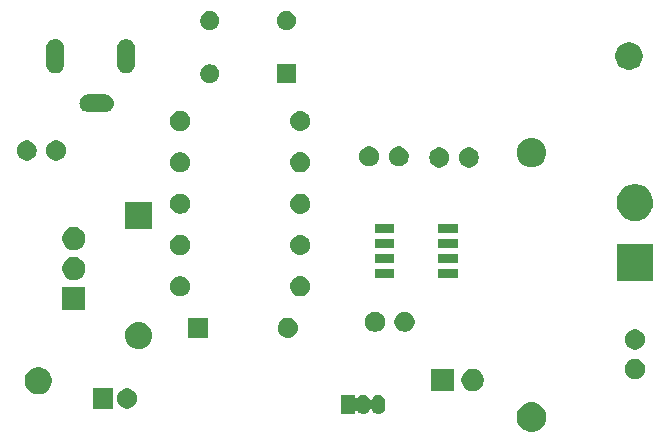
<source format=gbr>
G04 #@! TF.GenerationSoftware,KiCad,Pcbnew,(5.0.1)-3*
G04 #@! TF.CreationDate,2021-02-18T11:14:39+05:45*
G04 #@! TF.ProjectId,Battery-Charger,426174746572792D436861726765722E,rev?*
G04 #@! TF.SameCoordinates,Original*
G04 #@! TF.FileFunction,Soldermask,Top*
G04 #@! TF.FilePolarity,Negative*
%FSLAX46Y46*%
G04 Gerber Fmt 4.6, Leading zero omitted, Abs format (unit mm)*
G04 Created by KiCad (PCBNEW (5.0.1)-3) date 2/18/2021 11:14:39 AM*
%MOMM*%
%LPD*%
G01*
G04 APERTURE LIST*
%ADD10C,0.100000*%
G04 APERTURE END LIST*
D10*
G36*
X166933635Y-101831019D02*
X167114903Y-101867075D01*
X167342571Y-101961378D01*
X167546542Y-102097668D01*
X167547469Y-102098287D01*
X167721713Y-102272531D01*
X167721715Y-102272534D01*
X167858622Y-102477429D01*
X167952925Y-102705097D01*
X168001000Y-102946787D01*
X168001000Y-103193213D01*
X167952925Y-103434903D01*
X167858622Y-103662571D01*
X167722332Y-103866542D01*
X167721713Y-103867469D01*
X167547469Y-104041713D01*
X167547466Y-104041715D01*
X167342571Y-104178622D01*
X167114903Y-104272925D01*
X166933635Y-104308981D01*
X166873214Y-104321000D01*
X166626786Y-104321000D01*
X166566365Y-104308981D01*
X166385097Y-104272925D01*
X166157429Y-104178622D01*
X165952534Y-104041715D01*
X165952531Y-104041713D01*
X165778287Y-103867469D01*
X165777668Y-103866542D01*
X165641378Y-103662571D01*
X165547075Y-103434903D01*
X165499000Y-103193213D01*
X165499000Y-102946787D01*
X165547075Y-102705097D01*
X165641378Y-102477429D01*
X165778285Y-102272534D01*
X165778287Y-102272531D01*
X165952531Y-102098287D01*
X165953458Y-102097668D01*
X166157429Y-101961378D01*
X166385097Y-101867075D01*
X166566365Y-101831019D01*
X166626786Y-101819000D01*
X166873214Y-101819000D01*
X166933635Y-101831019D01*
X166933635Y-101831019D01*
G37*
G36*
X153882915Y-101207334D02*
X153991491Y-101240271D01*
X154091556Y-101293756D01*
X154179264Y-101365736D01*
X154251244Y-101453443D01*
X154304729Y-101553508D01*
X154337666Y-101662084D01*
X154346000Y-101746702D01*
X154346000Y-102253297D01*
X154337666Y-102337916D01*
X154304729Y-102446492D01*
X154251244Y-102546557D01*
X154179264Y-102634264D01*
X154091557Y-102706244D01*
X153991492Y-102759729D01*
X153882916Y-102792666D01*
X153770000Y-102803787D01*
X153657085Y-102792666D01*
X153548509Y-102759729D01*
X153448444Y-102706244D01*
X153360737Y-102634264D01*
X153288757Y-102546557D01*
X153245240Y-102465143D01*
X153231627Y-102444768D01*
X153214299Y-102427441D01*
X153193925Y-102413827D01*
X153171286Y-102404450D01*
X153147253Y-102399669D01*
X153122748Y-102399669D01*
X153098715Y-102404449D01*
X153076076Y-102413827D01*
X153055701Y-102427440D01*
X153038374Y-102444768D01*
X153024760Y-102465143D01*
X152981244Y-102546557D01*
X152909264Y-102634264D01*
X152821557Y-102706244D01*
X152721492Y-102759729D01*
X152612916Y-102792666D01*
X152500000Y-102803787D01*
X152387085Y-102792666D01*
X152278509Y-102759729D01*
X152178444Y-102706244D01*
X152090737Y-102634264D01*
X152027626Y-102557364D01*
X152010299Y-102540036D01*
X151989924Y-102526423D01*
X151967285Y-102517045D01*
X151943252Y-102512265D01*
X151918748Y-102512265D01*
X151894714Y-102517046D01*
X151872075Y-102526423D01*
X151851701Y-102540037D01*
X151834373Y-102557364D01*
X151820760Y-102577739D01*
X151811382Y-102600378D01*
X151806000Y-102636663D01*
X151806000Y-102801000D01*
X150654000Y-102801000D01*
X150654000Y-101199000D01*
X151806000Y-101199000D01*
X151806000Y-101363337D01*
X151808402Y-101387723D01*
X151815515Y-101411172D01*
X151827066Y-101432783D01*
X151842612Y-101451725D01*
X151861554Y-101467271D01*
X151883165Y-101478822D01*
X151906614Y-101485935D01*
X151931000Y-101488337D01*
X151955386Y-101485935D01*
X151978835Y-101478822D01*
X152000446Y-101467271D01*
X152027626Y-101442636D01*
X152035712Y-101432783D01*
X152090736Y-101365736D01*
X152178443Y-101293756D01*
X152278508Y-101240271D01*
X152387084Y-101207334D01*
X152500000Y-101196213D01*
X152612915Y-101207334D01*
X152721491Y-101240271D01*
X152821556Y-101293756D01*
X152909264Y-101365736D01*
X152981244Y-101453443D01*
X153024767Y-101534869D01*
X153038373Y-101555232D01*
X153055700Y-101572560D01*
X153076075Y-101586174D01*
X153098713Y-101595551D01*
X153122747Y-101600332D01*
X153147251Y-101600332D01*
X153171285Y-101595552D01*
X153193924Y-101586175D01*
X153214298Y-101572561D01*
X153231626Y-101555234D01*
X153245240Y-101534858D01*
X153288756Y-101453444D01*
X153305712Y-101432783D01*
X153360736Y-101365736D01*
X153448443Y-101293756D01*
X153548508Y-101240271D01*
X153657084Y-101207334D01*
X153770000Y-101196213D01*
X153882915Y-101207334D01*
X153882915Y-101207334D01*
G37*
G36*
X132748228Y-100681703D02*
X132903100Y-100745853D01*
X133042481Y-100838985D01*
X133161015Y-100957519D01*
X133254147Y-101096900D01*
X133318297Y-101251772D01*
X133351000Y-101416184D01*
X133351000Y-101583816D01*
X133318297Y-101748228D01*
X133254147Y-101903100D01*
X133161015Y-102042481D01*
X133042481Y-102161015D01*
X132903100Y-102254147D01*
X132748228Y-102318297D01*
X132583816Y-102351000D01*
X132416184Y-102351000D01*
X132251772Y-102318297D01*
X132096900Y-102254147D01*
X131957519Y-102161015D01*
X131838985Y-102042481D01*
X131745853Y-101903100D01*
X131681703Y-101748228D01*
X131649000Y-101583816D01*
X131649000Y-101416184D01*
X131681703Y-101251772D01*
X131745853Y-101096900D01*
X131838985Y-100957519D01*
X131957519Y-100838985D01*
X132096900Y-100745853D01*
X132251772Y-100681703D01*
X132416184Y-100649000D01*
X132583816Y-100649000D01*
X132748228Y-100681703D01*
X132748228Y-100681703D01*
G37*
G36*
X131351000Y-102351000D02*
X129649000Y-102351000D01*
X129649000Y-100649000D01*
X131351000Y-100649000D01*
X131351000Y-102351000D01*
X131351000Y-102351000D01*
G37*
G36*
X125335734Y-98893232D02*
X125545202Y-98979996D01*
X125733723Y-99105962D01*
X125894038Y-99266277D01*
X126020004Y-99454798D01*
X126106768Y-99664266D01*
X126151000Y-99886635D01*
X126151000Y-100113365D01*
X126106768Y-100335734D01*
X126020004Y-100545202D01*
X125894038Y-100733723D01*
X125733723Y-100894038D01*
X125545202Y-101020004D01*
X125335734Y-101106768D01*
X125113365Y-101151000D01*
X124886635Y-101151000D01*
X124664266Y-101106768D01*
X124454798Y-101020004D01*
X124266277Y-100894038D01*
X124105962Y-100733723D01*
X123979996Y-100545202D01*
X123893232Y-100335734D01*
X123849000Y-100113365D01*
X123849000Y-99886635D01*
X123893232Y-99664266D01*
X123979996Y-99454798D01*
X124105962Y-99266277D01*
X124266277Y-99105962D01*
X124454798Y-98979996D01*
X124664266Y-98893232D01*
X124886635Y-98849000D01*
X125113365Y-98849000D01*
X125335734Y-98893232D01*
X125335734Y-98893232D01*
G37*
G36*
X162047396Y-99005546D02*
X162220466Y-99077234D01*
X162376230Y-99181312D01*
X162508688Y-99313770D01*
X162612766Y-99469534D01*
X162684454Y-99642604D01*
X162721000Y-99826333D01*
X162721000Y-100013667D01*
X162684454Y-100197396D01*
X162612766Y-100370466D01*
X162508688Y-100526230D01*
X162376230Y-100658688D01*
X162220466Y-100762766D01*
X162047396Y-100834454D01*
X161863667Y-100871000D01*
X161676333Y-100871000D01*
X161492604Y-100834454D01*
X161319534Y-100762766D01*
X161163770Y-100658688D01*
X161031312Y-100526230D01*
X160927234Y-100370466D01*
X160855546Y-100197396D01*
X160819000Y-100013667D01*
X160819000Y-99826333D01*
X160855546Y-99642604D01*
X160927234Y-99469534D01*
X161031312Y-99313770D01*
X161163770Y-99181312D01*
X161319534Y-99077234D01*
X161492604Y-99005546D01*
X161676333Y-98969000D01*
X161863667Y-98969000D01*
X162047396Y-99005546D01*
X162047396Y-99005546D01*
G37*
G36*
X160181000Y-100871000D02*
X158279000Y-100871000D01*
X158279000Y-98969000D01*
X160181000Y-98969000D01*
X160181000Y-100871000D01*
X160181000Y-100871000D01*
G37*
G36*
X175748228Y-98181703D02*
X175903100Y-98245853D01*
X176042481Y-98338985D01*
X176161015Y-98457519D01*
X176254147Y-98596900D01*
X176318297Y-98751772D01*
X176351000Y-98916184D01*
X176351000Y-99083816D01*
X176318297Y-99248228D01*
X176254147Y-99403100D01*
X176161015Y-99542481D01*
X176042481Y-99661015D01*
X175903100Y-99754147D01*
X175748228Y-99818297D01*
X175583816Y-99851000D01*
X175416184Y-99851000D01*
X175251772Y-99818297D01*
X175096900Y-99754147D01*
X174957519Y-99661015D01*
X174838985Y-99542481D01*
X174745853Y-99403100D01*
X174681703Y-99248228D01*
X174649000Y-99083816D01*
X174649000Y-98916184D01*
X174681703Y-98751772D01*
X174745853Y-98596900D01*
X174838985Y-98457519D01*
X174957519Y-98338985D01*
X175096900Y-98245853D01*
X175251772Y-98181703D01*
X175416184Y-98149000D01*
X175583816Y-98149000D01*
X175748228Y-98181703D01*
X175748228Y-98181703D01*
G37*
G36*
X175748228Y-95681703D02*
X175903100Y-95745853D01*
X176042481Y-95838985D01*
X176161015Y-95957519D01*
X176254147Y-96096900D01*
X176318297Y-96251772D01*
X176351000Y-96416184D01*
X176351000Y-96583816D01*
X176318297Y-96748228D01*
X176254147Y-96903100D01*
X176161015Y-97042481D01*
X176042481Y-97161015D01*
X175903100Y-97254147D01*
X175748228Y-97318297D01*
X175583816Y-97351000D01*
X175416184Y-97351000D01*
X175251772Y-97318297D01*
X175096900Y-97254147D01*
X174957519Y-97161015D01*
X174838985Y-97042481D01*
X174745853Y-96903100D01*
X174681703Y-96748228D01*
X174649000Y-96583816D01*
X174649000Y-96416184D01*
X174681703Y-96251772D01*
X174745853Y-96096900D01*
X174838985Y-95957519D01*
X174957519Y-95838985D01*
X175096900Y-95745853D01*
X175251772Y-95681703D01*
X175416184Y-95649000D01*
X175583816Y-95649000D01*
X175748228Y-95681703D01*
X175748228Y-95681703D01*
G37*
G36*
X133624180Y-95015662D02*
X133725635Y-95025654D01*
X133942600Y-95091470D01*
X133942602Y-95091471D01*
X133942605Y-95091472D01*
X134142556Y-95198347D01*
X134317818Y-95342182D01*
X134461653Y-95517444D01*
X134568528Y-95717395D01*
X134568529Y-95717398D01*
X134568530Y-95717400D01*
X134634346Y-95934365D01*
X134656569Y-96160000D01*
X134634346Y-96385635D01*
X134574228Y-96583816D01*
X134568528Y-96602605D01*
X134461653Y-96802556D01*
X134317818Y-96977818D01*
X134142556Y-97121653D01*
X133942605Y-97228528D01*
X133942602Y-97228529D01*
X133942600Y-97228530D01*
X133725635Y-97294346D01*
X133624180Y-97304338D01*
X133556545Y-97311000D01*
X133443455Y-97311000D01*
X133375820Y-97304338D01*
X133274365Y-97294346D01*
X133057400Y-97228530D01*
X133057398Y-97228529D01*
X133057395Y-97228528D01*
X132857444Y-97121653D01*
X132682182Y-96977818D01*
X132538347Y-96802556D01*
X132431472Y-96602605D01*
X132425772Y-96583816D01*
X132365654Y-96385635D01*
X132343431Y-96160000D01*
X132365654Y-95934365D01*
X132431470Y-95717400D01*
X132431471Y-95717398D01*
X132431472Y-95717395D01*
X132538347Y-95517444D01*
X132682182Y-95342182D01*
X132857444Y-95198347D01*
X133057395Y-95091472D01*
X133057398Y-95091471D01*
X133057400Y-95091470D01*
X133274365Y-95025654D01*
X133375820Y-95015662D01*
X133443455Y-95009000D01*
X133556545Y-95009000D01*
X133624180Y-95015662D01*
X133624180Y-95015662D01*
G37*
G36*
X146286821Y-94661313D02*
X146286824Y-94661314D01*
X146286825Y-94661314D01*
X146447239Y-94709975D01*
X146447241Y-94709976D01*
X146447244Y-94709977D01*
X146595078Y-94788995D01*
X146724659Y-94895341D01*
X146831005Y-95024922D01*
X146910023Y-95172756D01*
X146910024Y-95172759D01*
X146910025Y-95172761D01*
X146958686Y-95333175D01*
X146958687Y-95333179D01*
X146975117Y-95500000D01*
X146958687Y-95666821D01*
X146958686Y-95666824D01*
X146958686Y-95666825D01*
X146912738Y-95818297D01*
X146910023Y-95827244D01*
X146831005Y-95975078D01*
X146724659Y-96104659D01*
X146595078Y-96211005D01*
X146447244Y-96290023D01*
X146447241Y-96290024D01*
X146447239Y-96290025D01*
X146286825Y-96338686D01*
X146286824Y-96338686D01*
X146286821Y-96338687D01*
X146161804Y-96351000D01*
X146078196Y-96351000D01*
X145953179Y-96338687D01*
X145953176Y-96338686D01*
X145953175Y-96338686D01*
X145792761Y-96290025D01*
X145792759Y-96290024D01*
X145792756Y-96290023D01*
X145644922Y-96211005D01*
X145515341Y-96104659D01*
X145408995Y-95975078D01*
X145329977Y-95827244D01*
X145327263Y-95818297D01*
X145281314Y-95666825D01*
X145281314Y-95666824D01*
X145281313Y-95666821D01*
X145264883Y-95500000D01*
X145281313Y-95333179D01*
X145281314Y-95333175D01*
X145329975Y-95172761D01*
X145329976Y-95172759D01*
X145329977Y-95172756D01*
X145408995Y-95024922D01*
X145515341Y-94895341D01*
X145644922Y-94788995D01*
X145792756Y-94709977D01*
X145792759Y-94709976D01*
X145792761Y-94709975D01*
X145953175Y-94661314D01*
X145953176Y-94661314D01*
X145953179Y-94661313D01*
X146078196Y-94649000D01*
X146161804Y-94649000D01*
X146286821Y-94661313D01*
X146286821Y-94661313D01*
G37*
G36*
X139351000Y-96351000D02*
X137649000Y-96351000D01*
X137649000Y-94649000D01*
X139351000Y-94649000D01*
X139351000Y-96351000D01*
X139351000Y-96351000D01*
G37*
G36*
X156248228Y-94181703D02*
X156403100Y-94245853D01*
X156542481Y-94338985D01*
X156661015Y-94457519D01*
X156754147Y-94596900D01*
X156818297Y-94751772D01*
X156851000Y-94916184D01*
X156851000Y-95083816D01*
X156818297Y-95248228D01*
X156754147Y-95403100D01*
X156661015Y-95542481D01*
X156542481Y-95661015D01*
X156403100Y-95754147D01*
X156248228Y-95818297D01*
X156083816Y-95851000D01*
X155916184Y-95851000D01*
X155751772Y-95818297D01*
X155596900Y-95754147D01*
X155457519Y-95661015D01*
X155338985Y-95542481D01*
X155245853Y-95403100D01*
X155181703Y-95248228D01*
X155149000Y-95083816D01*
X155149000Y-94916184D01*
X155181703Y-94751772D01*
X155245853Y-94596900D01*
X155338985Y-94457519D01*
X155457519Y-94338985D01*
X155596900Y-94245853D01*
X155751772Y-94181703D01*
X155916184Y-94149000D01*
X156083816Y-94149000D01*
X156248228Y-94181703D01*
X156248228Y-94181703D01*
G37*
G36*
X153748228Y-94181703D02*
X153903100Y-94245853D01*
X154042481Y-94338985D01*
X154161015Y-94457519D01*
X154254147Y-94596900D01*
X154318297Y-94751772D01*
X154351000Y-94916184D01*
X154351000Y-95083816D01*
X154318297Y-95248228D01*
X154254147Y-95403100D01*
X154161015Y-95542481D01*
X154042481Y-95661015D01*
X153903100Y-95754147D01*
X153748228Y-95818297D01*
X153583816Y-95851000D01*
X153416184Y-95851000D01*
X153251772Y-95818297D01*
X153096900Y-95754147D01*
X152957519Y-95661015D01*
X152838985Y-95542481D01*
X152745853Y-95403100D01*
X152681703Y-95248228D01*
X152649000Y-95083816D01*
X152649000Y-94916184D01*
X152681703Y-94751772D01*
X152745853Y-94596900D01*
X152838985Y-94457519D01*
X152957519Y-94338985D01*
X153096900Y-94245853D01*
X153251772Y-94181703D01*
X153416184Y-94149000D01*
X153583816Y-94149000D01*
X153748228Y-94181703D01*
X153748228Y-94181703D01*
G37*
G36*
X128981000Y-94021000D02*
X127019000Y-94021000D01*
X127019000Y-92059000D01*
X128981000Y-92059000D01*
X128981000Y-94021000D01*
X128981000Y-94021000D01*
G37*
G36*
X137248228Y-91181703D02*
X137403100Y-91245853D01*
X137542481Y-91338985D01*
X137661015Y-91457519D01*
X137754147Y-91596900D01*
X137818297Y-91751772D01*
X137851000Y-91916184D01*
X137851000Y-92083816D01*
X137818297Y-92248228D01*
X137754147Y-92403100D01*
X137661015Y-92542481D01*
X137542481Y-92661015D01*
X137403100Y-92754147D01*
X137248228Y-92818297D01*
X137083816Y-92851000D01*
X136916184Y-92851000D01*
X136751772Y-92818297D01*
X136596900Y-92754147D01*
X136457519Y-92661015D01*
X136338985Y-92542481D01*
X136245853Y-92403100D01*
X136181703Y-92248228D01*
X136149000Y-92083816D01*
X136149000Y-91916184D01*
X136181703Y-91751772D01*
X136245853Y-91596900D01*
X136338985Y-91457519D01*
X136457519Y-91338985D01*
X136596900Y-91245853D01*
X136751772Y-91181703D01*
X136916184Y-91149000D01*
X137083816Y-91149000D01*
X137248228Y-91181703D01*
X137248228Y-91181703D01*
G37*
G36*
X147326821Y-91161313D02*
X147326824Y-91161314D01*
X147326825Y-91161314D01*
X147487239Y-91209975D01*
X147487241Y-91209976D01*
X147487244Y-91209977D01*
X147635078Y-91288995D01*
X147764659Y-91395341D01*
X147871005Y-91524922D01*
X147950023Y-91672756D01*
X147950024Y-91672759D01*
X147950025Y-91672761D01*
X147998686Y-91833175D01*
X147998687Y-91833179D01*
X148015117Y-92000000D01*
X147998687Y-92166821D01*
X147998686Y-92166824D01*
X147998686Y-92166825D01*
X147973993Y-92248228D01*
X147950023Y-92327244D01*
X147871005Y-92475078D01*
X147764659Y-92604659D01*
X147635078Y-92711005D01*
X147487244Y-92790023D01*
X147487241Y-92790024D01*
X147487239Y-92790025D01*
X147326825Y-92838686D01*
X147326824Y-92838686D01*
X147326821Y-92838687D01*
X147201804Y-92851000D01*
X147118196Y-92851000D01*
X146993179Y-92838687D01*
X146993176Y-92838686D01*
X146993175Y-92838686D01*
X146832761Y-92790025D01*
X146832759Y-92790024D01*
X146832756Y-92790023D01*
X146684922Y-92711005D01*
X146555341Y-92604659D01*
X146448995Y-92475078D01*
X146369977Y-92327244D01*
X146346008Y-92248228D01*
X146321314Y-92166825D01*
X146321314Y-92166824D01*
X146321313Y-92166821D01*
X146304883Y-92000000D01*
X146321313Y-91833179D01*
X146321314Y-91833175D01*
X146369975Y-91672761D01*
X146369976Y-91672759D01*
X146369977Y-91672756D01*
X146448995Y-91524922D01*
X146555341Y-91395341D01*
X146684922Y-91288995D01*
X146832756Y-91209977D01*
X146832759Y-91209976D01*
X146832761Y-91209975D01*
X146993175Y-91161314D01*
X146993176Y-91161314D01*
X146993179Y-91161313D01*
X147118196Y-91149000D01*
X147201804Y-91149000D01*
X147326821Y-91161313D01*
X147326821Y-91161313D01*
G37*
G36*
X177051000Y-91551000D02*
X173949000Y-91551000D01*
X173949000Y-88449000D01*
X177051000Y-88449000D01*
X177051000Y-91551000D01*
X177051000Y-91551000D01*
G37*
G36*
X128144002Y-89528425D02*
X128286147Y-89556699D01*
X128464678Y-89630649D01*
X128625351Y-89738007D01*
X128761993Y-89874649D01*
X128869351Y-90035322D01*
X128943301Y-90213853D01*
X128981000Y-90403380D01*
X128981000Y-90596620D01*
X128943301Y-90786147D01*
X128869351Y-90964678D01*
X128761993Y-91125351D01*
X128625351Y-91261993D01*
X128464678Y-91369351D01*
X128286147Y-91443301D01*
X128144002Y-91471575D01*
X128096621Y-91481000D01*
X127903379Y-91481000D01*
X127855998Y-91471575D01*
X127713853Y-91443301D01*
X127535322Y-91369351D01*
X127374649Y-91261993D01*
X127238007Y-91125351D01*
X127130649Y-90964678D01*
X127056699Y-90786147D01*
X127019000Y-90596620D01*
X127019000Y-90403380D01*
X127056699Y-90213853D01*
X127130649Y-90035322D01*
X127238007Y-89874649D01*
X127374649Y-89738007D01*
X127535322Y-89630649D01*
X127713853Y-89556699D01*
X127855998Y-89528425D01*
X127903379Y-89519000D01*
X128096621Y-89519000D01*
X128144002Y-89528425D01*
X128144002Y-89528425D01*
G37*
G36*
X155126000Y-91256000D02*
X153474000Y-91256000D01*
X153474000Y-90554000D01*
X155126000Y-90554000D01*
X155126000Y-91256000D01*
X155126000Y-91256000D01*
G37*
G36*
X160526000Y-91256000D02*
X158874000Y-91256000D01*
X158874000Y-90554000D01*
X160526000Y-90554000D01*
X160526000Y-91256000D01*
X160526000Y-91256000D01*
G37*
G36*
X160526000Y-89986000D02*
X158874000Y-89986000D01*
X158874000Y-89284000D01*
X160526000Y-89284000D01*
X160526000Y-89986000D01*
X160526000Y-89986000D01*
G37*
G36*
X155126000Y-89986000D02*
X153474000Y-89986000D01*
X153474000Y-89284000D01*
X155126000Y-89284000D01*
X155126000Y-89986000D01*
X155126000Y-89986000D01*
G37*
G36*
X147326821Y-87661313D02*
X147326824Y-87661314D01*
X147326825Y-87661314D01*
X147487239Y-87709975D01*
X147487241Y-87709976D01*
X147487244Y-87709977D01*
X147635078Y-87788995D01*
X147764659Y-87895341D01*
X147871005Y-88024922D01*
X147950023Y-88172756D01*
X147950024Y-88172759D01*
X147950025Y-88172761D01*
X147998686Y-88333175D01*
X147998687Y-88333179D01*
X148015117Y-88500000D01*
X147998687Y-88666821D01*
X147998686Y-88666824D01*
X147998686Y-88666825D01*
X147973993Y-88748228D01*
X147950023Y-88827244D01*
X147871005Y-88975078D01*
X147764659Y-89104659D01*
X147635078Y-89211005D01*
X147487244Y-89290023D01*
X147487241Y-89290024D01*
X147487239Y-89290025D01*
X147326825Y-89338686D01*
X147326824Y-89338686D01*
X147326821Y-89338687D01*
X147201804Y-89351000D01*
X147118196Y-89351000D01*
X146993179Y-89338687D01*
X146993176Y-89338686D01*
X146993175Y-89338686D01*
X146832761Y-89290025D01*
X146832759Y-89290024D01*
X146832756Y-89290023D01*
X146684922Y-89211005D01*
X146555341Y-89104659D01*
X146448995Y-88975078D01*
X146369977Y-88827244D01*
X146346008Y-88748228D01*
X146321314Y-88666825D01*
X146321314Y-88666824D01*
X146321313Y-88666821D01*
X146304883Y-88500000D01*
X146321313Y-88333179D01*
X146321314Y-88333175D01*
X146369975Y-88172761D01*
X146369976Y-88172759D01*
X146369977Y-88172756D01*
X146448995Y-88024922D01*
X146555341Y-87895341D01*
X146684922Y-87788995D01*
X146832756Y-87709977D01*
X146832759Y-87709976D01*
X146832761Y-87709975D01*
X146993175Y-87661314D01*
X146993176Y-87661314D01*
X146993179Y-87661313D01*
X147118196Y-87649000D01*
X147201804Y-87649000D01*
X147326821Y-87661313D01*
X147326821Y-87661313D01*
G37*
G36*
X137248228Y-87681703D02*
X137403100Y-87745853D01*
X137542481Y-87838985D01*
X137661015Y-87957519D01*
X137754147Y-88096900D01*
X137818297Y-88251772D01*
X137851000Y-88416184D01*
X137851000Y-88583816D01*
X137818297Y-88748228D01*
X137754147Y-88903100D01*
X137661015Y-89042481D01*
X137542481Y-89161015D01*
X137403100Y-89254147D01*
X137248228Y-89318297D01*
X137083816Y-89351000D01*
X136916184Y-89351000D01*
X136751772Y-89318297D01*
X136596900Y-89254147D01*
X136457519Y-89161015D01*
X136338985Y-89042481D01*
X136245853Y-88903100D01*
X136181703Y-88748228D01*
X136149000Y-88583816D01*
X136149000Y-88416184D01*
X136181703Y-88251772D01*
X136245853Y-88096900D01*
X136338985Y-87957519D01*
X136457519Y-87838985D01*
X136596900Y-87745853D01*
X136751772Y-87681703D01*
X136916184Y-87649000D01*
X137083816Y-87649000D01*
X137248228Y-87681703D01*
X137248228Y-87681703D01*
G37*
G36*
X128144002Y-86988425D02*
X128286147Y-87016699D01*
X128464678Y-87090649D01*
X128625351Y-87198007D01*
X128761993Y-87334649D01*
X128869351Y-87495322D01*
X128943301Y-87673853D01*
X128981000Y-87863380D01*
X128981000Y-88056620D01*
X128943301Y-88246147D01*
X128869351Y-88424678D01*
X128761993Y-88585351D01*
X128625351Y-88721993D01*
X128464678Y-88829351D01*
X128286147Y-88903301D01*
X128144002Y-88931575D01*
X128096621Y-88941000D01*
X127903379Y-88941000D01*
X127855998Y-88931575D01*
X127713853Y-88903301D01*
X127535322Y-88829351D01*
X127374649Y-88721993D01*
X127238007Y-88585351D01*
X127130649Y-88424678D01*
X127056699Y-88246147D01*
X127019000Y-88056620D01*
X127019000Y-87863380D01*
X127056699Y-87673853D01*
X127130649Y-87495322D01*
X127238007Y-87334649D01*
X127374649Y-87198007D01*
X127535322Y-87090649D01*
X127713853Y-87016699D01*
X127855998Y-86988425D01*
X127903379Y-86979000D01*
X128096621Y-86979000D01*
X128144002Y-86988425D01*
X128144002Y-86988425D01*
G37*
G36*
X160526000Y-88716000D02*
X158874000Y-88716000D01*
X158874000Y-88014000D01*
X160526000Y-88014000D01*
X160526000Y-88716000D01*
X160526000Y-88716000D01*
G37*
G36*
X155126000Y-88716000D02*
X153474000Y-88716000D01*
X153474000Y-88014000D01*
X155126000Y-88014000D01*
X155126000Y-88716000D01*
X155126000Y-88716000D01*
G37*
G36*
X155126000Y-87446000D02*
X153474000Y-87446000D01*
X153474000Y-86744000D01*
X155126000Y-86744000D01*
X155126000Y-87446000D01*
X155126000Y-87446000D01*
G37*
G36*
X160526000Y-87446000D02*
X158874000Y-87446000D01*
X158874000Y-86744000D01*
X160526000Y-86744000D01*
X160526000Y-87446000D01*
X160526000Y-87446000D01*
G37*
G36*
X134651000Y-87151000D02*
X132349000Y-87151000D01*
X132349000Y-84849000D01*
X134651000Y-84849000D01*
X134651000Y-87151000D01*
X134651000Y-87151000D01*
G37*
G36*
X175852527Y-83408736D02*
X175952410Y-83428604D01*
X176234674Y-83545521D01*
X176488705Y-83715259D01*
X176704741Y-83931295D01*
X176874479Y-84185326D01*
X176987224Y-84457519D01*
X176991396Y-84467591D01*
X177051000Y-84767238D01*
X177051000Y-85072762D01*
X177016097Y-85248228D01*
X176991396Y-85372410D01*
X176874479Y-85654674D01*
X176704741Y-85908705D01*
X176488705Y-86124741D01*
X176234674Y-86294479D01*
X175952410Y-86411396D01*
X175852527Y-86431264D01*
X175652762Y-86471000D01*
X175347238Y-86471000D01*
X175147473Y-86431264D01*
X175047590Y-86411396D01*
X174765326Y-86294479D01*
X174511295Y-86124741D01*
X174295259Y-85908705D01*
X174125521Y-85654674D01*
X174008604Y-85372410D01*
X173983903Y-85248228D01*
X173949000Y-85072762D01*
X173949000Y-84767238D01*
X174008604Y-84467591D01*
X174012776Y-84457519D01*
X174125521Y-84185326D01*
X174295259Y-83931295D01*
X174511295Y-83715259D01*
X174765326Y-83545521D01*
X175047590Y-83428604D01*
X175147473Y-83408736D01*
X175347238Y-83369000D01*
X175652762Y-83369000D01*
X175852527Y-83408736D01*
X175852527Y-83408736D01*
G37*
G36*
X147326821Y-84161313D02*
X147326824Y-84161314D01*
X147326825Y-84161314D01*
X147487239Y-84209975D01*
X147487241Y-84209976D01*
X147487244Y-84209977D01*
X147635078Y-84288995D01*
X147764659Y-84395341D01*
X147871005Y-84524922D01*
X147950023Y-84672756D01*
X147950024Y-84672759D01*
X147950025Y-84672761D01*
X147978684Y-84767238D01*
X147998687Y-84833179D01*
X148015117Y-85000000D01*
X147998687Y-85166821D01*
X147998686Y-85166824D01*
X147998686Y-85166825D01*
X147973993Y-85248228D01*
X147950023Y-85327244D01*
X147871005Y-85475078D01*
X147764659Y-85604659D01*
X147635078Y-85711005D01*
X147487244Y-85790023D01*
X147487241Y-85790024D01*
X147487239Y-85790025D01*
X147326825Y-85838686D01*
X147326824Y-85838686D01*
X147326821Y-85838687D01*
X147201804Y-85851000D01*
X147118196Y-85851000D01*
X146993179Y-85838687D01*
X146993176Y-85838686D01*
X146993175Y-85838686D01*
X146832761Y-85790025D01*
X146832759Y-85790024D01*
X146832756Y-85790023D01*
X146684922Y-85711005D01*
X146555341Y-85604659D01*
X146448995Y-85475078D01*
X146369977Y-85327244D01*
X146346008Y-85248228D01*
X146321314Y-85166825D01*
X146321314Y-85166824D01*
X146321313Y-85166821D01*
X146304883Y-85000000D01*
X146321313Y-84833179D01*
X146341316Y-84767238D01*
X146369975Y-84672761D01*
X146369976Y-84672759D01*
X146369977Y-84672756D01*
X146448995Y-84524922D01*
X146555341Y-84395341D01*
X146684922Y-84288995D01*
X146832756Y-84209977D01*
X146832759Y-84209976D01*
X146832761Y-84209975D01*
X146993175Y-84161314D01*
X146993176Y-84161314D01*
X146993179Y-84161313D01*
X147118196Y-84149000D01*
X147201804Y-84149000D01*
X147326821Y-84161313D01*
X147326821Y-84161313D01*
G37*
G36*
X137248228Y-84181703D02*
X137403100Y-84245853D01*
X137542481Y-84338985D01*
X137661015Y-84457519D01*
X137754147Y-84596900D01*
X137818297Y-84751772D01*
X137851000Y-84916184D01*
X137851000Y-85083816D01*
X137818297Y-85248228D01*
X137754147Y-85403100D01*
X137661015Y-85542481D01*
X137542481Y-85661015D01*
X137403100Y-85754147D01*
X137248228Y-85818297D01*
X137083816Y-85851000D01*
X136916184Y-85851000D01*
X136751772Y-85818297D01*
X136596900Y-85754147D01*
X136457519Y-85661015D01*
X136338985Y-85542481D01*
X136245853Y-85403100D01*
X136181703Y-85248228D01*
X136149000Y-85083816D01*
X136149000Y-84916184D01*
X136181703Y-84751772D01*
X136245853Y-84596900D01*
X136338985Y-84457519D01*
X136457519Y-84338985D01*
X136596900Y-84245853D01*
X136751772Y-84181703D01*
X136916184Y-84149000D01*
X137083816Y-84149000D01*
X137248228Y-84181703D01*
X137248228Y-84181703D01*
G37*
G36*
X147326821Y-80661313D02*
X147326824Y-80661314D01*
X147326825Y-80661314D01*
X147487239Y-80709975D01*
X147487241Y-80709976D01*
X147487244Y-80709977D01*
X147635078Y-80788995D01*
X147764659Y-80895341D01*
X147871005Y-81024922D01*
X147950023Y-81172756D01*
X147950024Y-81172759D01*
X147950025Y-81172761D01*
X147994173Y-81318297D01*
X147998687Y-81333179D01*
X148015117Y-81500000D01*
X147998687Y-81666821D01*
X147998686Y-81666824D01*
X147998686Y-81666825D01*
X147952738Y-81818297D01*
X147950023Y-81827244D01*
X147871005Y-81975078D01*
X147764659Y-82104659D01*
X147635078Y-82211005D01*
X147487244Y-82290023D01*
X147487241Y-82290024D01*
X147487239Y-82290025D01*
X147326825Y-82338686D01*
X147326824Y-82338686D01*
X147326821Y-82338687D01*
X147201804Y-82351000D01*
X147118196Y-82351000D01*
X146993179Y-82338687D01*
X146993176Y-82338686D01*
X146993175Y-82338686D01*
X146832761Y-82290025D01*
X146832759Y-82290024D01*
X146832756Y-82290023D01*
X146684922Y-82211005D01*
X146555341Y-82104659D01*
X146448995Y-81975078D01*
X146369977Y-81827244D01*
X146367263Y-81818297D01*
X146321314Y-81666825D01*
X146321314Y-81666824D01*
X146321313Y-81666821D01*
X146304883Y-81500000D01*
X146321313Y-81333179D01*
X146325827Y-81318297D01*
X146369975Y-81172761D01*
X146369976Y-81172759D01*
X146369977Y-81172756D01*
X146448995Y-81024922D01*
X146555341Y-80895341D01*
X146684922Y-80788995D01*
X146832756Y-80709977D01*
X146832759Y-80709976D01*
X146832761Y-80709975D01*
X146993175Y-80661314D01*
X146993176Y-80661314D01*
X146993179Y-80661313D01*
X147118196Y-80649000D01*
X147201804Y-80649000D01*
X147326821Y-80661313D01*
X147326821Y-80661313D01*
G37*
G36*
X137248228Y-80681703D02*
X137403100Y-80745853D01*
X137542481Y-80838985D01*
X137661015Y-80957519D01*
X137754147Y-81096900D01*
X137818297Y-81251772D01*
X137851000Y-81416184D01*
X137851000Y-81583816D01*
X137818297Y-81748228D01*
X137754147Y-81903100D01*
X137661015Y-82042481D01*
X137542481Y-82161015D01*
X137403100Y-82254147D01*
X137248228Y-82318297D01*
X137083816Y-82351000D01*
X136916184Y-82351000D01*
X136751772Y-82318297D01*
X136596900Y-82254147D01*
X136457519Y-82161015D01*
X136338985Y-82042481D01*
X136245853Y-81903100D01*
X136181703Y-81748228D01*
X136149000Y-81583816D01*
X136149000Y-81416184D01*
X136181703Y-81251772D01*
X136245853Y-81096900D01*
X136338985Y-80957519D01*
X136457519Y-80838985D01*
X136596900Y-80745853D01*
X136751772Y-80681703D01*
X136916184Y-80649000D01*
X137083816Y-80649000D01*
X137248228Y-80681703D01*
X137248228Y-80681703D01*
G37*
G36*
X161688228Y-80271703D02*
X161843100Y-80335853D01*
X161982481Y-80428985D01*
X162101015Y-80547519D01*
X162194147Y-80686900D01*
X162258297Y-80841772D01*
X162291000Y-81006184D01*
X162291000Y-81173816D01*
X162258297Y-81338228D01*
X162194147Y-81493100D01*
X162101015Y-81632481D01*
X161982481Y-81751015D01*
X161843100Y-81844147D01*
X161688228Y-81908297D01*
X161523816Y-81941000D01*
X161356184Y-81941000D01*
X161191772Y-81908297D01*
X161036900Y-81844147D01*
X160897519Y-81751015D01*
X160778985Y-81632481D01*
X160685853Y-81493100D01*
X160621703Y-81338228D01*
X160589000Y-81173816D01*
X160589000Y-81006184D01*
X160621703Y-80841772D01*
X160685853Y-80686900D01*
X160778985Y-80547519D01*
X160897519Y-80428985D01*
X161036900Y-80335853D01*
X161191772Y-80271703D01*
X161356184Y-80239000D01*
X161523816Y-80239000D01*
X161688228Y-80271703D01*
X161688228Y-80271703D01*
G37*
G36*
X159188228Y-80271703D02*
X159343100Y-80335853D01*
X159482481Y-80428985D01*
X159601015Y-80547519D01*
X159694147Y-80686900D01*
X159758297Y-80841772D01*
X159791000Y-81006184D01*
X159791000Y-81173816D01*
X159758297Y-81338228D01*
X159694147Y-81493100D01*
X159601015Y-81632481D01*
X159482481Y-81751015D01*
X159343100Y-81844147D01*
X159188228Y-81908297D01*
X159023816Y-81941000D01*
X158856184Y-81941000D01*
X158691772Y-81908297D01*
X158536900Y-81844147D01*
X158397519Y-81751015D01*
X158278985Y-81632481D01*
X158185853Y-81493100D01*
X158121703Y-81338228D01*
X158089000Y-81173816D01*
X158089000Y-81006184D01*
X158121703Y-80841772D01*
X158185853Y-80686900D01*
X158278985Y-80547519D01*
X158397519Y-80428985D01*
X158536900Y-80335853D01*
X158691772Y-80271703D01*
X158856184Y-80239000D01*
X159023816Y-80239000D01*
X159188228Y-80271703D01*
X159188228Y-80271703D01*
G37*
G36*
X166995239Y-79437101D02*
X167231053Y-79508634D01*
X167448381Y-79624799D01*
X167638871Y-79781129D01*
X167795201Y-79971619D01*
X167911366Y-80188947D01*
X167982899Y-80424761D01*
X168007053Y-80670000D01*
X167982899Y-80915239D01*
X167911366Y-81151053D01*
X167795201Y-81368381D01*
X167638871Y-81558871D01*
X167448381Y-81715201D01*
X167231053Y-81831366D01*
X166995239Y-81902899D01*
X166811457Y-81921000D01*
X166688543Y-81921000D01*
X166504761Y-81902899D01*
X166268947Y-81831366D01*
X166051619Y-81715201D01*
X165861129Y-81558871D01*
X165704799Y-81368381D01*
X165588634Y-81151053D01*
X165517101Y-80915239D01*
X165492947Y-80670000D01*
X165517101Y-80424761D01*
X165588634Y-80188947D01*
X165704799Y-79971619D01*
X165861129Y-79781129D01*
X166051619Y-79624799D01*
X166268947Y-79508634D01*
X166504761Y-79437101D01*
X166688543Y-79419000D01*
X166811457Y-79419000D01*
X166995239Y-79437101D01*
X166995239Y-79437101D01*
G37*
G36*
X155748228Y-80181703D02*
X155903100Y-80245853D01*
X156042481Y-80338985D01*
X156161015Y-80457519D01*
X156254147Y-80596900D01*
X156318297Y-80751772D01*
X156351000Y-80916184D01*
X156351000Y-81083816D01*
X156318297Y-81248228D01*
X156254147Y-81403100D01*
X156161015Y-81542481D01*
X156042481Y-81661015D01*
X155903100Y-81754147D01*
X155748228Y-81818297D01*
X155583816Y-81851000D01*
X155416184Y-81851000D01*
X155251772Y-81818297D01*
X155096900Y-81754147D01*
X154957519Y-81661015D01*
X154838985Y-81542481D01*
X154745853Y-81403100D01*
X154681703Y-81248228D01*
X154649000Y-81083816D01*
X154649000Y-80916184D01*
X154681703Y-80751772D01*
X154745853Y-80596900D01*
X154838985Y-80457519D01*
X154957519Y-80338985D01*
X155096900Y-80245853D01*
X155251772Y-80181703D01*
X155416184Y-80149000D01*
X155583816Y-80149000D01*
X155748228Y-80181703D01*
X155748228Y-80181703D01*
G37*
G36*
X153248228Y-80181703D02*
X153403100Y-80245853D01*
X153542481Y-80338985D01*
X153661015Y-80457519D01*
X153754147Y-80596900D01*
X153818297Y-80751772D01*
X153851000Y-80916184D01*
X153851000Y-81083816D01*
X153818297Y-81248228D01*
X153754147Y-81403100D01*
X153661015Y-81542481D01*
X153542481Y-81661015D01*
X153403100Y-81754147D01*
X153248228Y-81818297D01*
X153083816Y-81851000D01*
X152916184Y-81851000D01*
X152751772Y-81818297D01*
X152596900Y-81754147D01*
X152457519Y-81661015D01*
X152338985Y-81542481D01*
X152245853Y-81403100D01*
X152181703Y-81248228D01*
X152149000Y-81083816D01*
X152149000Y-80916184D01*
X152181703Y-80751772D01*
X152245853Y-80596900D01*
X152338985Y-80457519D01*
X152457519Y-80338985D01*
X152596900Y-80245853D01*
X152751772Y-80181703D01*
X152916184Y-80149000D01*
X153083816Y-80149000D01*
X153248228Y-80181703D01*
X153248228Y-80181703D01*
G37*
G36*
X124248228Y-79681703D02*
X124403100Y-79745853D01*
X124542481Y-79838985D01*
X124661015Y-79957519D01*
X124754147Y-80096900D01*
X124818297Y-80251772D01*
X124851000Y-80416184D01*
X124851000Y-80583816D01*
X124818297Y-80748228D01*
X124754147Y-80903100D01*
X124661015Y-81042481D01*
X124542481Y-81161015D01*
X124403100Y-81254147D01*
X124248228Y-81318297D01*
X124083816Y-81351000D01*
X123916184Y-81351000D01*
X123751772Y-81318297D01*
X123596900Y-81254147D01*
X123457519Y-81161015D01*
X123338985Y-81042481D01*
X123245853Y-80903100D01*
X123181703Y-80748228D01*
X123149000Y-80583816D01*
X123149000Y-80416184D01*
X123181703Y-80251772D01*
X123245853Y-80096900D01*
X123338985Y-79957519D01*
X123457519Y-79838985D01*
X123596900Y-79745853D01*
X123751772Y-79681703D01*
X123916184Y-79649000D01*
X124083816Y-79649000D01*
X124248228Y-79681703D01*
X124248228Y-79681703D01*
G37*
G36*
X126748228Y-79681703D02*
X126903100Y-79745853D01*
X127042481Y-79838985D01*
X127161015Y-79957519D01*
X127254147Y-80096900D01*
X127318297Y-80251772D01*
X127351000Y-80416184D01*
X127351000Y-80583816D01*
X127318297Y-80748228D01*
X127254147Y-80903100D01*
X127161015Y-81042481D01*
X127042481Y-81161015D01*
X126903100Y-81254147D01*
X126748228Y-81318297D01*
X126583816Y-81351000D01*
X126416184Y-81351000D01*
X126251772Y-81318297D01*
X126096900Y-81254147D01*
X125957519Y-81161015D01*
X125838985Y-81042481D01*
X125745853Y-80903100D01*
X125681703Y-80748228D01*
X125649000Y-80583816D01*
X125649000Y-80416184D01*
X125681703Y-80251772D01*
X125745853Y-80096900D01*
X125838985Y-79957519D01*
X125957519Y-79838985D01*
X126096900Y-79745853D01*
X126251772Y-79681703D01*
X126416184Y-79649000D01*
X126583816Y-79649000D01*
X126748228Y-79681703D01*
X126748228Y-79681703D01*
G37*
G36*
X137248228Y-77181703D02*
X137403100Y-77245853D01*
X137542481Y-77338985D01*
X137661015Y-77457519D01*
X137754147Y-77596900D01*
X137818297Y-77751772D01*
X137851000Y-77916184D01*
X137851000Y-78083816D01*
X137818297Y-78248228D01*
X137754147Y-78403100D01*
X137661015Y-78542481D01*
X137542481Y-78661015D01*
X137403100Y-78754147D01*
X137248228Y-78818297D01*
X137083816Y-78851000D01*
X136916184Y-78851000D01*
X136751772Y-78818297D01*
X136596900Y-78754147D01*
X136457519Y-78661015D01*
X136338985Y-78542481D01*
X136245853Y-78403100D01*
X136181703Y-78248228D01*
X136149000Y-78083816D01*
X136149000Y-77916184D01*
X136181703Y-77751772D01*
X136245853Y-77596900D01*
X136338985Y-77457519D01*
X136457519Y-77338985D01*
X136596900Y-77245853D01*
X136751772Y-77181703D01*
X136916184Y-77149000D01*
X137083816Y-77149000D01*
X137248228Y-77181703D01*
X137248228Y-77181703D01*
G37*
G36*
X147326821Y-77161313D02*
X147326824Y-77161314D01*
X147326825Y-77161314D01*
X147487239Y-77209975D01*
X147487241Y-77209976D01*
X147487244Y-77209977D01*
X147635078Y-77288995D01*
X147764659Y-77395341D01*
X147871005Y-77524922D01*
X147950023Y-77672756D01*
X147950024Y-77672759D01*
X147950025Y-77672761D01*
X147998686Y-77833175D01*
X147998687Y-77833179D01*
X148015117Y-78000000D01*
X147998687Y-78166821D01*
X147998686Y-78166824D01*
X147998686Y-78166825D01*
X147973993Y-78248228D01*
X147950023Y-78327244D01*
X147871005Y-78475078D01*
X147764659Y-78604659D01*
X147635078Y-78711005D01*
X147487244Y-78790023D01*
X147487241Y-78790024D01*
X147487239Y-78790025D01*
X147326825Y-78838686D01*
X147326824Y-78838686D01*
X147326821Y-78838687D01*
X147201804Y-78851000D01*
X147118196Y-78851000D01*
X146993179Y-78838687D01*
X146993176Y-78838686D01*
X146993175Y-78838686D01*
X146832761Y-78790025D01*
X146832759Y-78790024D01*
X146832756Y-78790023D01*
X146684922Y-78711005D01*
X146555341Y-78604659D01*
X146448995Y-78475078D01*
X146369977Y-78327244D01*
X146346008Y-78248228D01*
X146321314Y-78166825D01*
X146321314Y-78166824D01*
X146321313Y-78166821D01*
X146304883Y-78000000D01*
X146321313Y-77833179D01*
X146321314Y-77833175D01*
X146369975Y-77672761D01*
X146369976Y-77672759D01*
X146369977Y-77672756D01*
X146448995Y-77524922D01*
X146555341Y-77395341D01*
X146684922Y-77288995D01*
X146832756Y-77209977D01*
X146832759Y-77209976D01*
X146832761Y-77209975D01*
X146993175Y-77161314D01*
X146993176Y-77161314D01*
X146993179Y-77161313D01*
X147118196Y-77149000D01*
X147201804Y-77149000D01*
X147326821Y-77161313D01*
X147326821Y-77161313D01*
G37*
G36*
X130693665Y-75752622D02*
X130767222Y-75759867D01*
X130908786Y-75802810D01*
X131039252Y-75872546D01*
X131153606Y-75966394D01*
X131247454Y-76080748D01*
X131317190Y-76211214D01*
X131360133Y-76352778D01*
X131374633Y-76500000D01*
X131360133Y-76647222D01*
X131317190Y-76788786D01*
X131247454Y-76919252D01*
X131153606Y-77033606D01*
X131039252Y-77127454D01*
X130908786Y-77197190D01*
X130767222Y-77240133D01*
X130709135Y-77245854D01*
X130656888Y-77251000D01*
X129183112Y-77251000D01*
X129130865Y-77245854D01*
X129072778Y-77240133D01*
X128931214Y-77197190D01*
X128800748Y-77127454D01*
X128686394Y-77033606D01*
X128592546Y-76919252D01*
X128522810Y-76788786D01*
X128479867Y-76647222D01*
X128465367Y-76500000D01*
X128479867Y-76352778D01*
X128522810Y-76211214D01*
X128592546Y-76080748D01*
X128686394Y-75966394D01*
X128800748Y-75872546D01*
X128931214Y-75802810D01*
X129072778Y-75759867D01*
X129146335Y-75752622D01*
X129183112Y-75749000D01*
X130656888Y-75749000D01*
X130693665Y-75752622D01*
X130693665Y-75752622D01*
G37*
G36*
X139733352Y-73230743D02*
X139878941Y-73291048D01*
X140009973Y-73378601D01*
X140121399Y-73490027D01*
X140208952Y-73621059D01*
X140269257Y-73766648D01*
X140300000Y-73921205D01*
X140300000Y-74078795D01*
X140269257Y-74233352D01*
X140208952Y-74378941D01*
X140121399Y-74509973D01*
X140009973Y-74621399D01*
X139878941Y-74708952D01*
X139733352Y-74769257D01*
X139578795Y-74800000D01*
X139421205Y-74800000D01*
X139266648Y-74769257D01*
X139121059Y-74708952D01*
X138990027Y-74621399D01*
X138878601Y-74509973D01*
X138791048Y-74378941D01*
X138730743Y-74233352D01*
X138700000Y-74078795D01*
X138700000Y-73921205D01*
X138730743Y-73766648D01*
X138791048Y-73621059D01*
X138878601Y-73490027D01*
X138990027Y-73378601D01*
X139121059Y-73291048D01*
X139266648Y-73230743D01*
X139421205Y-73200000D01*
X139578795Y-73200000D01*
X139733352Y-73230743D01*
X139733352Y-73230743D01*
G37*
G36*
X146800000Y-74800000D02*
X145200000Y-74800000D01*
X145200000Y-73200000D01*
X146800000Y-73200000D01*
X146800000Y-74800000D01*
X146800000Y-74800000D01*
G37*
G36*
X126469074Y-71050200D02*
X126567222Y-71059867D01*
X126708786Y-71102810D01*
X126839252Y-71172546D01*
X126953606Y-71266394D01*
X127047454Y-71380748D01*
X127117190Y-71511214D01*
X127160133Y-71652778D01*
X127171000Y-71763113D01*
X127171000Y-73236887D01*
X127160133Y-73347222D01*
X127117190Y-73488786D01*
X127047455Y-73619251D01*
X127047453Y-73619253D01*
X126953606Y-73733606D01*
X126839253Y-73827453D01*
X126839251Y-73827454D01*
X126708785Y-73897190D01*
X126567221Y-73940133D01*
X126420000Y-73954633D01*
X126419999Y-73954633D01*
X126370926Y-73949800D01*
X126272778Y-73940133D01*
X126131214Y-73897190D01*
X126000748Y-73827454D01*
X125886394Y-73733606D01*
X125792547Y-73619253D01*
X125722810Y-73488785D01*
X125679867Y-73347221D01*
X125669000Y-73236886D01*
X125669001Y-71763113D01*
X125679868Y-71652778D01*
X125722811Y-71511214D01*
X125792547Y-71380748D01*
X125886395Y-71266394D01*
X126000749Y-71172546D01*
X126131215Y-71102810D01*
X126272779Y-71059867D01*
X126420000Y-71045367D01*
X126420001Y-71045367D01*
X126469074Y-71050200D01*
X126469074Y-71050200D01*
G37*
G36*
X132469074Y-71050200D02*
X132567222Y-71059867D01*
X132708786Y-71102810D01*
X132839252Y-71172546D01*
X132953606Y-71266394D01*
X133047454Y-71380748D01*
X133117190Y-71511214D01*
X133160133Y-71652778D01*
X133171000Y-71763113D01*
X133171000Y-73236887D01*
X133160133Y-73347222D01*
X133117190Y-73488786D01*
X133047455Y-73619251D01*
X133047453Y-73619253D01*
X132953606Y-73733606D01*
X132839253Y-73827453D01*
X132839251Y-73827454D01*
X132708785Y-73897190D01*
X132567221Y-73940133D01*
X132420000Y-73954633D01*
X132419999Y-73954633D01*
X132370926Y-73949800D01*
X132272778Y-73940133D01*
X132131214Y-73897190D01*
X132000748Y-73827454D01*
X131886394Y-73733606D01*
X131792547Y-73619253D01*
X131722810Y-73488785D01*
X131679867Y-73347221D01*
X131669000Y-73236886D01*
X131669001Y-71763113D01*
X131679868Y-71652778D01*
X131722811Y-71511214D01*
X131792547Y-71380748D01*
X131886395Y-71266394D01*
X132000749Y-71172546D01*
X132131215Y-71102810D01*
X132272779Y-71059867D01*
X132420000Y-71045367D01*
X132420001Y-71045367D01*
X132469074Y-71050200D01*
X132469074Y-71050200D01*
G37*
G36*
X175335734Y-71393232D02*
X175545202Y-71479996D01*
X175733723Y-71605962D01*
X175894038Y-71766277D01*
X176020004Y-71954798D01*
X176106768Y-72164266D01*
X176151000Y-72386635D01*
X176151000Y-72613365D01*
X176106768Y-72835734D01*
X176020004Y-73045202D01*
X175894038Y-73233723D01*
X175733723Y-73394038D01*
X175545202Y-73520004D01*
X175335734Y-73606768D01*
X175113365Y-73651000D01*
X174886635Y-73651000D01*
X174664266Y-73606768D01*
X174454798Y-73520004D01*
X174266277Y-73394038D01*
X174105962Y-73233723D01*
X173979996Y-73045202D01*
X173893232Y-72835734D01*
X173849000Y-72613365D01*
X173849000Y-72386635D01*
X173893232Y-72164266D01*
X173979996Y-71954798D01*
X174105962Y-71766277D01*
X174266277Y-71605962D01*
X174454798Y-71479996D01*
X174664266Y-71393232D01*
X174886635Y-71349000D01*
X175113365Y-71349000D01*
X175335734Y-71393232D01*
X175335734Y-71393232D01*
G37*
G36*
X146233352Y-68730743D02*
X146378941Y-68791048D01*
X146509973Y-68878601D01*
X146621399Y-68990027D01*
X146708952Y-69121059D01*
X146769257Y-69266648D01*
X146800000Y-69421205D01*
X146800000Y-69578795D01*
X146769257Y-69733352D01*
X146708952Y-69878941D01*
X146621399Y-70009973D01*
X146509973Y-70121399D01*
X146378941Y-70208952D01*
X146233352Y-70269257D01*
X146078795Y-70300000D01*
X145921205Y-70300000D01*
X145766648Y-70269257D01*
X145621059Y-70208952D01*
X145490027Y-70121399D01*
X145378601Y-70009973D01*
X145291048Y-69878941D01*
X145230743Y-69733352D01*
X145200000Y-69578795D01*
X145200000Y-69421205D01*
X145230743Y-69266648D01*
X145291048Y-69121059D01*
X145378601Y-68990027D01*
X145490027Y-68878601D01*
X145621059Y-68791048D01*
X145766648Y-68730743D01*
X145921205Y-68700000D01*
X146078795Y-68700000D01*
X146233352Y-68730743D01*
X146233352Y-68730743D01*
G37*
G36*
X139733352Y-68730743D02*
X139878941Y-68791048D01*
X140009973Y-68878601D01*
X140121399Y-68990027D01*
X140208952Y-69121059D01*
X140269257Y-69266648D01*
X140300000Y-69421205D01*
X140300000Y-69578795D01*
X140269257Y-69733352D01*
X140208952Y-69878941D01*
X140121399Y-70009973D01*
X140009973Y-70121399D01*
X139878941Y-70208952D01*
X139733352Y-70269257D01*
X139578795Y-70300000D01*
X139421205Y-70300000D01*
X139266648Y-70269257D01*
X139121059Y-70208952D01*
X138990027Y-70121399D01*
X138878601Y-70009973D01*
X138791048Y-69878941D01*
X138730743Y-69733352D01*
X138700000Y-69578795D01*
X138700000Y-69421205D01*
X138730743Y-69266648D01*
X138791048Y-69121059D01*
X138878601Y-68990027D01*
X138990027Y-68878601D01*
X139121059Y-68791048D01*
X139266648Y-68730743D01*
X139421205Y-68700000D01*
X139578795Y-68700000D01*
X139733352Y-68730743D01*
X139733352Y-68730743D01*
G37*
M02*

</source>
